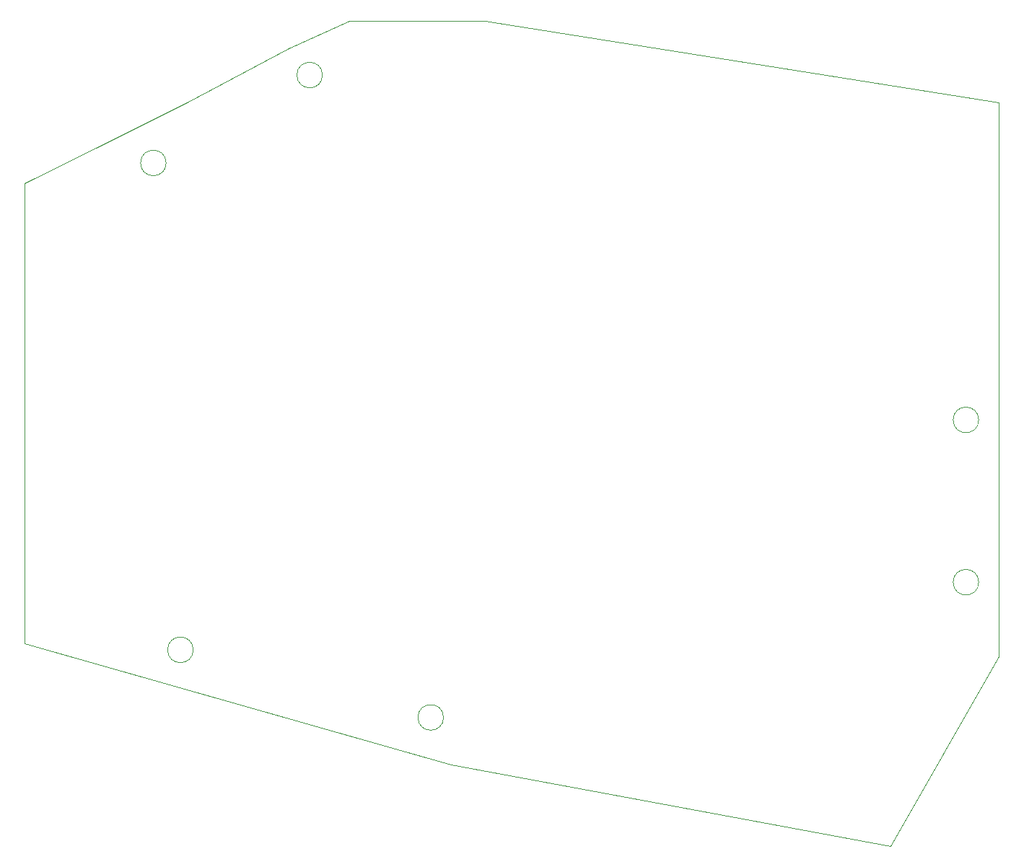
<source format=gbr>
%TF.GenerationSoftware,KiCad,Pcbnew,7.0.2-0*%
%TF.CreationDate,2023-12-07T17:55:22-05:00*%
%TF.ProjectId,Flare,466c6172-652e-46b6-9963-61645f706362,rev?*%
%TF.SameCoordinates,Original*%
%TF.FileFunction,Profile,NP*%
%FSLAX46Y46*%
G04 Gerber Fmt 4.6, Leading zero omitted, Abs format (unit mm)*
G04 Created by KiCad (PCBNEW 7.0.2-0) date 2023-12-07 17:55:22*
%MOMM*%
%LPD*%
G01*
G04 APERTURE LIST*
%TA.AperFunction,Profile*%
%ADD10C,0.100000*%
%TD*%
G04 APERTURE END LIST*
D10*
X123031250Y-57943750D02*
G75*
G03*
X123031250Y-57943750I-1500000J0D01*
G01*
X30868750Y-84931250D02*
G75*
G03*
X30868750Y-84931250I-1500000J0D01*
G01*
X125412500Y-20637500D02*
X125412500Y-85725000D01*
X112712500Y-107950000D01*
X61118750Y-98425000D01*
X11112500Y-84137500D01*
X11112500Y-30162500D01*
X20637500Y-25400000D01*
X30162500Y-20637500D01*
X42068750Y-14287500D01*
X49212500Y-11112500D01*
X65087500Y-11112500D01*
X125412500Y-20637500D01*
X123031250Y-76993750D02*
G75*
G03*
X123031250Y-76993750I-1500000J0D01*
G01*
X60237500Y-92868750D02*
G75*
G03*
X60237500Y-92868750I-1500000J0D01*
G01*
X46037500Y-17462500D02*
G75*
G03*
X46037500Y-17462500I-1500000J0D01*
G01*
X27693750Y-27781250D02*
G75*
G03*
X27693750Y-27781250I-1500000J0D01*
G01*
M02*

</source>
